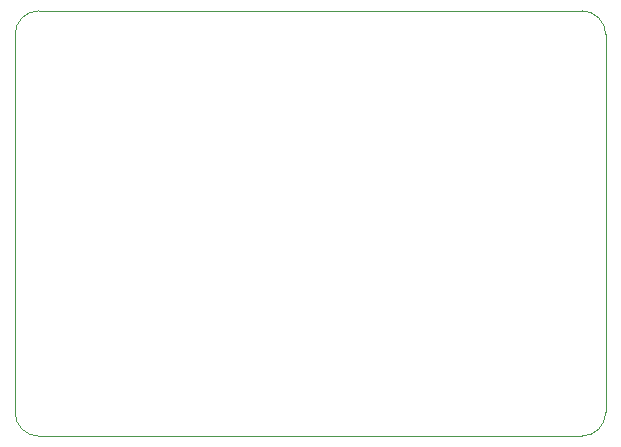
<source format=gbr>
G04 #@! TF.GenerationSoftware,KiCad,Pcbnew,(5.1.5)-3*
G04 #@! TF.CreationDate,2020-04-13T22:53:19+08:00*
G04 #@! TF.ProjectId,encoder_3btn,656e636f-6465-4725-9f33-62746e2e6b69,rev?*
G04 #@! TF.SameCoordinates,Original*
G04 #@! TF.FileFunction,Profile,NP*
%FSLAX46Y46*%
G04 Gerber Fmt 4.6, Leading zero omitted, Abs format (unit mm)*
G04 Created by KiCad (PCBNEW (5.1.5)-3) date 2020-04-13 22:53:19*
%MOMM*%
%LPD*%
G04 APERTURE LIST*
%ADD10C,0.050000*%
G04 APERTURE END LIST*
D10*
X150000000Y-134000000D02*
X150000000Y-102000000D01*
X148000000Y-136000000D02*
X102000000Y-136000000D01*
X150000000Y-134000000D02*
G75*
G02X148000000Y-136000000I-2000000J0D01*
G01*
X102000000Y-136000000D02*
G75*
G02X100000000Y-134000000I0J2000000D01*
G01*
X148000000Y-100000000D02*
G75*
G02X150000000Y-102000000I0J-2000000D01*
G01*
X102000000Y-100000000D02*
X148000000Y-100000000D01*
X100000000Y-102000000D02*
G75*
G02X102000000Y-100000000I2000000J0D01*
G01*
X100000000Y-102000000D02*
X100000000Y-134000000D01*
M02*

</source>
